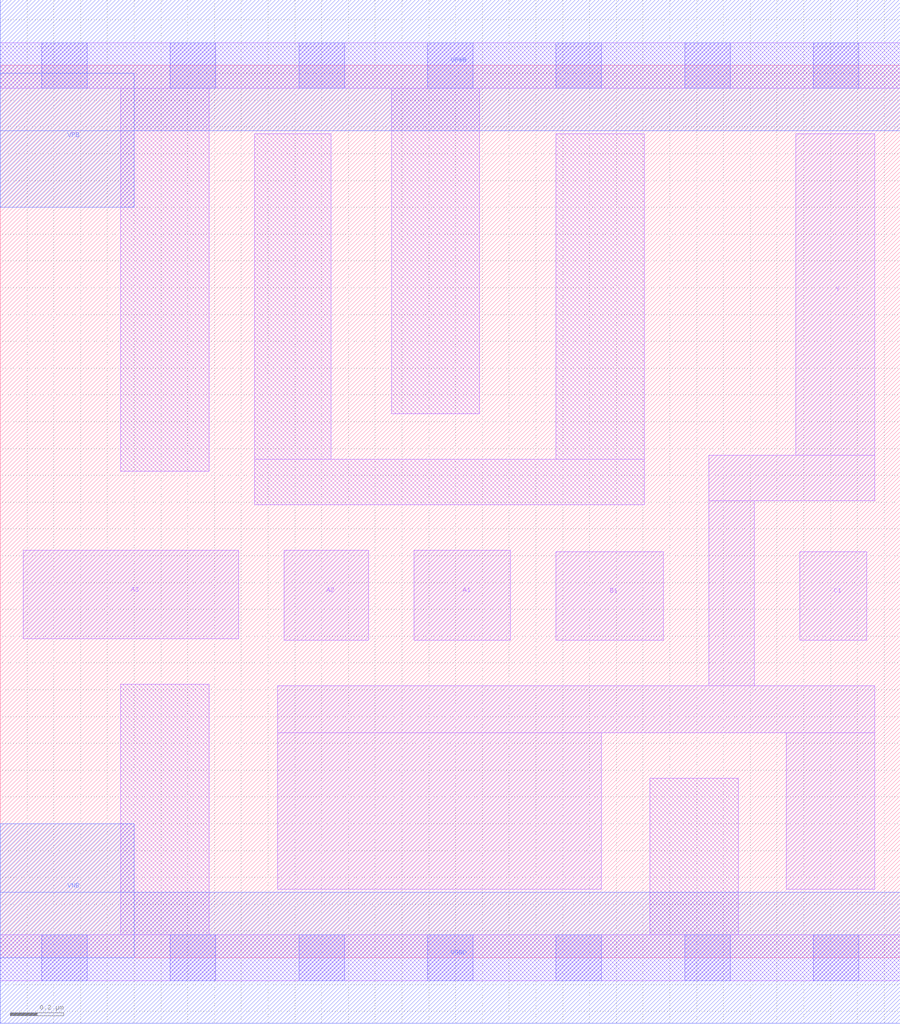
<source format=lef>
# Copyright 2020 The SkyWater PDK Authors
#
# Licensed under the Apache License, Version 2.0 (the "License");
# you may not use this file except in compliance with the License.
# You may obtain a copy of the License at
#
#     https://www.apache.org/licenses/LICENSE-2.0
#
# Unless required by applicable law or agreed to in writing, software
# distributed under the License is distributed on an "AS IS" BASIS,
# WITHOUT WARRANTIES OR CONDITIONS OF ANY KIND, either express or implied.
# See the License for the specific language governing permissions and
# limitations under the License.
#
# SPDX-License-Identifier: Apache-2.0

VERSION 5.5 ;
NAMESCASESENSITIVE ON ;
BUSBITCHARS "[]" ;
DIVIDERCHAR "/" ;
MACRO sky130_fd_sc_lp__a311oi_1
  CLASS CORE ;
  SOURCE USER ;
  ORIGIN  0.000000  0.000000 ;
  SIZE  3.360000 BY  3.330000 ;
  SYMMETRY X Y R90 ;
  SITE unit ;
  PIN A1
    ANTENNAGATEAREA  0.315000 ;
    DIRECTION INPUT ;
    USE SIGNAL ;
    PORT
      LAYER li1 ;
        RECT 1.545000 1.185000 1.905000 1.520000 ;
    END
  END A1
  PIN A2
    ANTENNAGATEAREA  0.315000 ;
    DIRECTION INPUT ;
    USE SIGNAL ;
    PORT
      LAYER li1 ;
        RECT 1.060000 1.185000 1.375000 1.520000 ;
    END
  END A2
  PIN A3
    ANTENNAGATEAREA  0.315000 ;
    DIRECTION INPUT ;
    USE SIGNAL ;
    PORT
      LAYER li1 ;
        RECT 0.085000 1.190000 0.890000 1.520000 ;
    END
  END A3
  PIN B1
    ANTENNAGATEAREA  0.315000 ;
    DIRECTION INPUT ;
    USE SIGNAL ;
    PORT
      LAYER li1 ;
        RECT 2.075000 1.185000 2.475000 1.515000 ;
    END
  END B1
  PIN C1
    ANTENNAGATEAREA  0.315000 ;
    DIRECTION INPUT ;
    USE SIGNAL ;
    PORT
      LAYER li1 ;
        RECT 2.985000 1.185000 3.235000 1.515000 ;
    END
  END C1
  PIN Y
    ANTENNADIFFAREA  0.909300 ;
    DIRECTION OUTPUT ;
    USE SIGNAL ;
    PORT
      LAYER li1 ;
        RECT 1.035000 0.255000 2.245000 0.840000 ;
        RECT 1.035000 0.840000 3.265000 1.015000 ;
        RECT 2.645000 1.015000 2.815000 1.705000 ;
        RECT 2.645000 1.705000 3.265000 1.875000 ;
        RECT 2.935000 0.255000 3.265000 0.840000 ;
        RECT 2.970000 1.875000 3.265000 3.075000 ;
    END
  END Y
  PIN VGND
    DIRECTION INOUT ;
    USE GROUND ;
    PORT
      LAYER met1 ;
        RECT 0.000000 -0.245000 3.360000 0.245000 ;
    END
  END VGND
  PIN VNB
    DIRECTION INOUT ;
    USE GROUND ;
    PORT
      LAYER met1 ;
        RECT 0.000000 0.000000 0.500000 0.500000 ;
    END
  END VNB
  PIN VPB
    DIRECTION INOUT ;
    USE POWER ;
    PORT
      LAYER met1 ;
        RECT 0.000000 2.800000 0.500000 3.300000 ;
    END
  END VPB
  PIN VPWR
    DIRECTION INOUT ;
    USE POWER ;
    PORT
      LAYER met1 ;
        RECT 0.000000 3.085000 3.360000 3.575000 ;
    END
  END VPWR
  OBS
    LAYER li1 ;
      RECT 0.000000 -0.085000 3.360000 0.085000 ;
      RECT 0.000000  3.245000 3.360000 3.415000 ;
      RECT 0.450000  0.085000 0.780000 1.020000 ;
      RECT 0.450000  1.815000 0.780000 3.245000 ;
      RECT 0.950000  1.690000 2.405000 1.860000 ;
      RECT 0.950000  1.860000 1.235000 3.075000 ;
      RECT 1.460000  2.030000 1.790000 3.245000 ;
      RECT 2.075000  1.860000 2.405000 3.075000 ;
      RECT 2.425000  0.085000 2.755000 0.670000 ;
    LAYER mcon ;
      RECT 0.155000 -0.085000 0.325000 0.085000 ;
      RECT 0.155000  3.245000 0.325000 3.415000 ;
      RECT 0.635000 -0.085000 0.805000 0.085000 ;
      RECT 0.635000  3.245000 0.805000 3.415000 ;
      RECT 1.115000 -0.085000 1.285000 0.085000 ;
      RECT 1.115000  3.245000 1.285000 3.415000 ;
      RECT 1.595000 -0.085000 1.765000 0.085000 ;
      RECT 1.595000  3.245000 1.765000 3.415000 ;
      RECT 2.075000 -0.085000 2.245000 0.085000 ;
      RECT 2.075000  3.245000 2.245000 3.415000 ;
      RECT 2.555000 -0.085000 2.725000 0.085000 ;
      RECT 2.555000  3.245000 2.725000 3.415000 ;
      RECT 3.035000 -0.085000 3.205000 0.085000 ;
      RECT 3.035000  3.245000 3.205000 3.415000 ;
  END
END sky130_fd_sc_lp__a311oi_1

</source>
